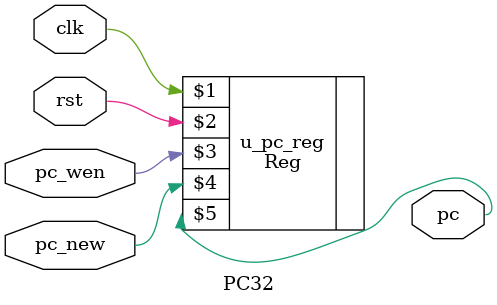
<source format=v>
`include "../lib/constant.v"

module PC32(
    input clk,
    input rst,
    input pc_wen,
    input pc_new,
    output pc
);

    Reg #(32, 0) u_pc_reg(clk, rst, pc_wen, pc_new, pc);

endmodule
</source>
